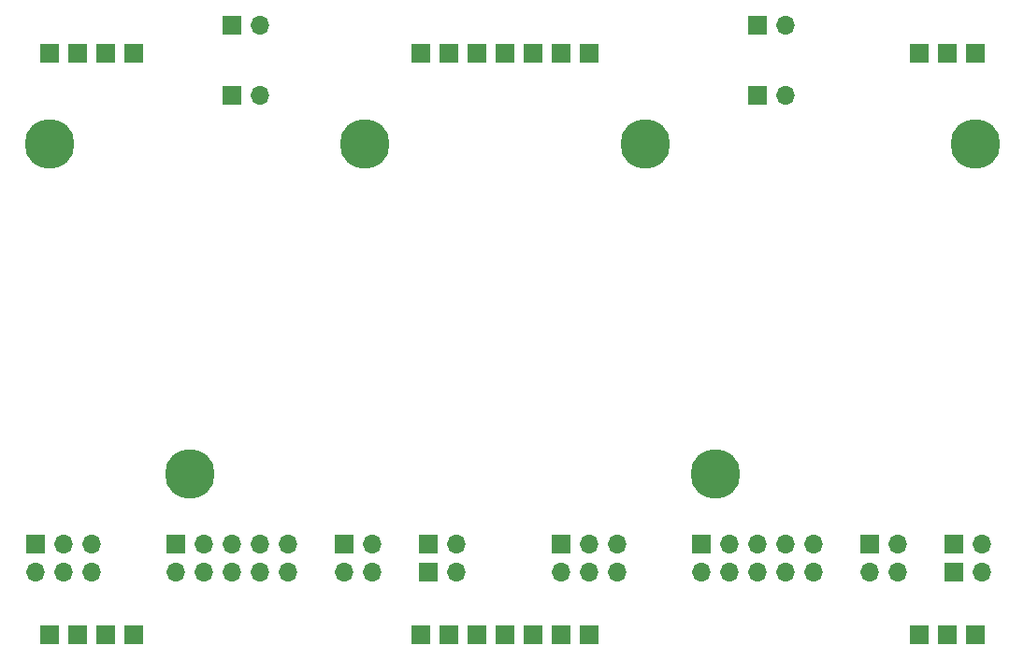
<source format=gbs>
G04 #@! TF.GenerationSoftware,KiCad,Pcbnew,6.0.4+dfsg-1+b1*
G04 #@! TF.CreationDate,2022-04-23T23:39:37+03:00*
G04 #@! TF.ProjectId,yatabaza-bus,79617461-6261-47a6-912d-6275732e6b69,rev?*
G04 #@! TF.SameCoordinates,Original*
G04 #@! TF.FileFunction,Soldermask,Bot*
G04 #@! TF.FilePolarity,Negative*
%FSLAX46Y46*%
G04 Gerber Fmt 4.6, Leading zero omitted, Abs format (unit mm)*
G04 Created by KiCad (PCBNEW 6.0.4+dfsg-1+b1) date 2022-04-23 23:39:37*
%MOMM*%
%LPD*%
G01*
G04 APERTURE LIST*
%ADD10R,1.700000X1.700000*%
%ADD11O,1.700000X1.700000*%
%ADD12C,4.500000*%
G04 APERTURE END LIST*
D10*
X49530000Y-78740000D03*
D11*
X49530000Y-81280000D03*
X52070000Y-78740000D03*
X52070000Y-81280000D03*
X54610000Y-78740000D03*
X54610000Y-81280000D03*
X57150000Y-78740000D03*
X57150000Y-81280000D03*
X59690000Y-78740000D03*
X59690000Y-81280000D03*
D10*
X97155000Y-78740000D03*
D11*
X97155000Y-81280000D03*
X99695000Y-78740000D03*
X99695000Y-81280000D03*
X102235000Y-78740000D03*
X102235000Y-81280000D03*
X104775000Y-78740000D03*
X104775000Y-81280000D03*
X107315000Y-78740000D03*
X107315000Y-81280000D03*
D10*
X72390000Y-81280000D03*
D11*
X74930000Y-81280000D03*
D10*
X72385000Y-78740000D03*
D11*
X74925000Y-78740000D03*
D10*
X64770000Y-78740000D03*
D11*
X64770000Y-81280000D03*
X67310000Y-78740000D03*
X67310000Y-81280000D03*
D10*
X112390000Y-78740000D03*
D11*
X112390000Y-81280000D03*
X114930000Y-78740000D03*
X114930000Y-81280000D03*
D10*
X120010000Y-81280000D03*
D11*
X122550000Y-81280000D03*
D10*
X120010000Y-78740000D03*
D11*
X122550000Y-78740000D03*
D10*
X36830000Y-78740000D03*
D11*
X36830000Y-81280000D03*
X39370000Y-78740000D03*
X39370000Y-81280000D03*
X41910000Y-78740000D03*
X41910000Y-81280000D03*
D10*
X84455000Y-78800000D03*
D11*
X84455000Y-81340000D03*
X86995000Y-78800000D03*
X86995000Y-81340000D03*
X89535000Y-78800000D03*
X89535000Y-81340000D03*
D10*
X54610000Y-38100000D03*
D11*
X57150000Y-38100000D03*
D10*
X102230000Y-38100000D03*
D11*
X104770000Y-38100000D03*
D10*
X45720000Y-34290000D03*
X43180000Y-34290000D03*
X40640000Y-34290000D03*
X38100000Y-34290000D03*
X86995000Y-34290000D03*
X84455000Y-34290000D03*
X81915000Y-34290000D03*
X79375000Y-34290000D03*
X76835000Y-34290000D03*
X74295000Y-34290000D03*
X71755000Y-34290000D03*
X121920000Y-34290000D03*
X119380000Y-34290000D03*
X116840000Y-34290000D03*
X54605000Y-31750000D03*
D11*
X57145000Y-31750000D03*
D10*
X102235000Y-31750000D03*
D11*
X104775000Y-31750000D03*
D10*
X45720000Y-86995000D03*
X43180000Y-86995000D03*
X40640000Y-86995000D03*
X38100000Y-86995000D03*
X86995000Y-86995000D03*
X84455000Y-86995000D03*
X81915000Y-86995000D03*
X79375000Y-86995000D03*
X76835000Y-86995000D03*
X74295000Y-86995000D03*
X71755000Y-86995000D03*
X121920000Y-86995000D03*
X119380000Y-86995000D03*
X116840000Y-86995000D03*
D12*
X50800000Y-72390000D03*
X38100000Y-42545000D03*
X66675000Y-42545000D03*
X121920000Y-42545000D03*
X98425000Y-72390000D03*
X92075000Y-42545000D03*
M02*

</source>
